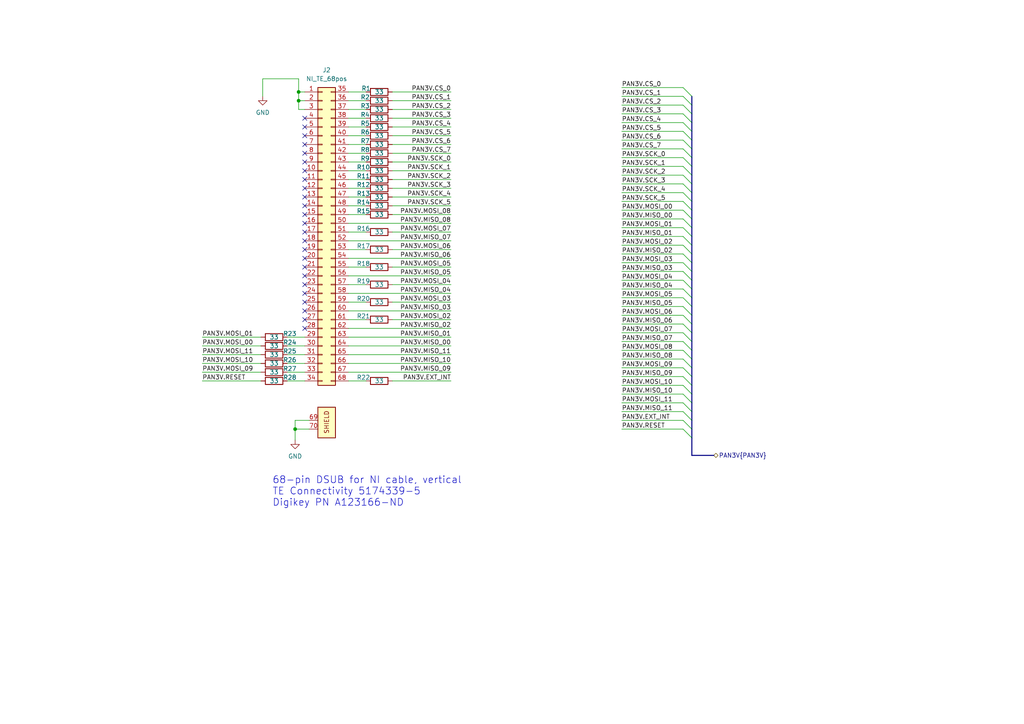
<source format=kicad_sch>
(kicad_sch (version 20250114) (generator "eeschema") (generator_version "9.0")
  (paper "A4")
  (title_block (title "12-12 NI G4.1 Arena Modular LED Display") (date "2025-08-06") (rev "v8.4") (company "IORodeo for Reiserlab @ Janelia"))
  (lib_symbols
    (symbol "Device:R" (pin_numbers (hide yes)) (pin_names (offset 0))
      (property "Reference" "R" (at 2.032 0 90))
      (property "Value" "R" (at 0 0 90))
      (symbol "R_0_1"
        (rectangle (start -1.016 -2.54) (end 1.016 2.54) (stroke (width 0.254)))
      )
      (symbol "R_1_1"
        (pin passive line (at 0 3.81 270) (length 1.27) (name "~") (number "1"))
        (pin passive line (at 0 -3.81 90) (length 1.27) (name "~") (number "2"))
      )
    )
    (symbol "arena_custom:NI_TE_68pos_2-5174225-5" (pin_names (offset 1.016) (hide yes))
      (property "Reference" "J" (at 1.27 43.18 0))
      (property "Value" "NI_TE_68pos" (at 1.27 -45.72 0))
      (symbol "NI_TE_68pos_2-5174225-5_1_1"
        (rectangle (start -1.27 41.91) (end 3.81 -44.45) (stroke (width 0.254)) (fill (type background)))
        (rectangle (start -1.27 40.767) (end 0 40.513) (stroke (width 0.1524)))
        (rectangle (start -1.27 38.227) (end 0 37.973) (stroke (width 0.1524)))
        (rectangle (start -1.27 35.687) (end 0 35.433) (stroke (width 0.1524)))
        (rectangle (start -1.27 33.147) (end 0 32.893) (stroke (width 0.1524)))
        (rectangle (start -1.27 30.607) (end 0 30.353) (stroke (width 0.1524)))
        (rectangle (start -1.27 28.067) (end 0 27.813) (stroke (width 0.1524)))
        (rectangle (start -1.27 25.527) (end 0 25.273) (stroke (width 0.1524)))
        (rectangle (start -1.27 22.987) (end 0 22.733) (stroke (width 0.1524)))
        (rectangle (start -1.27 20.447) (end 0 20.193) (stroke (width 0.1524)))
        (rectangle (start -1.27 17.907) (end 0 17.653) (stroke (width 0.1524)))
        (rectangle (start -1.27 15.367) (end 0 15.113) (stroke (width 0.1524)))
        (rectangle (start -1.27 12.827) (end 0 12.573) (stroke (width 0.1524)))
        (rectangle (start -1.27 10.287) (end 0 10.033) (stroke (width 0.1524)))
        (rectangle (start -1.27 7.747) (end 0 7.493) (stroke (width 0.1524)))
        (rectangle (start -1.27 5.207) (end 0 4.953) (stroke (width 0.1524)))
        (rectangle (start -1.27 2.667) (end 0 2.413) (stroke (width 0.1524)))
        (rectangle (start -1.27 0.127) (end 0 -0.127) (stroke (width 0.1524)))
        (rectangle (start -1.27 -2.413) (end 0 -2.667) (stroke (width 0.1524)))
        (rectangle (start -1.27 -4.953) (end 0 -5.207) (stroke (width 0.1524)))
        (rectangle (start -1.27 -7.493) (end 0 -7.747) (stroke (width 0.1524)))
        (rectangle (start -1.27 -10.033) (end 0 -10.287) (stroke (width 0.1524)))
        (rectangle (start -1.27 -12.573) (end 0 -12.827) (stroke (width 0.1524)))
        (rectangle (start -1.27 -15.113) (end 0 -15.367) (stroke (width 0.1524)))
        (rectangle (start -1.27 -17.653) (end 0 -17.907) (stroke (width 0.1524)))
        (rectangle (start -1.27 -20.193) (end 0 -20.447) (stroke (width 0.1524)))
        (rectangle (start -1.27 -22.733) (end 0 -22.987) (stroke (width 0.1524)))
        (rectangle (start -1.27 -25.273) (end 0 -25.527) (stroke (width 0.1524)))
        (rectangle (start -1.27 -27.813) (end 0 -28.067) (stroke (width 0.1524)))
        (rectangle (start -1.27 -30.353) (end 0 -30.607) (stroke (width 0.1524)))
        (rectangle (start -1.27 -32.893) (end 0 -33.147) (stroke (width 0.1524)))
        (rectangle (start -1.27 -35.433) (end 0 -35.687) (stroke (width 0.1524)))
        (rectangle (start -1.27 -37.973) (end 0 -38.227) (stroke (width 0.1524)))
        (rectangle (start -1.27 -40.513) (end 0 -40.767) (stroke (width 0.1524)))
        (rectangle (start -1.27 -43.053) (end 0 -43.307) (stroke (width 0.1524)))
        (rectangle (start -1.27 -50.8) (end 3.81 -59.69) (stroke (width 0.254)) (fill (type background)))
        (rectangle (start 3.81 40.767) (end 2.54 40.513) (stroke (width 0.1524)))
        (rectangle (start 3.81 38.227) (end 2.54 37.973) (stroke (width 0.1524)))
        (rectangle (start 3.81 35.687) (end 2.54 35.433) (stroke (width 0.1524)))
        (rectangle (start 3.81 33.147) (end 2.54 32.893) (stroke (width 0.1524)))
        (rectangle (start 3.81 30.607) (end 2.54 30.353) (stroke (width 0.1524)))
        (rectangle (start 3.81 28.067) (end 2.54 27.813) (stroke (width 0.1524)))
        (rectangle (start 3.81 25.527) (end 2.54 25.273) (stroke (width 0.1524)))
        (rectangle (start 3.81 22.987) (end 2.54 22.733) (stroke (width 0.1524)))
        (rectangle (start 3.81 20.447) (end 2.54 20.193) (stroke (width 0.1524)))
        (rectangle (start 3.81 17.907) (end 2.54 17.653) (stroke (width 0.1524)))
        (rectangle (start 3.81 15.367) (end 2.54 15.113) (stroke (width 0.1524)))
        (rectangle (start 3.81 12.827) (end 2.54 12.573) (stroke (width 0.1524)))
        (rectangle (start 3.81 10.287) (end 2.54 10.033) (stroke (width 0.1524)))
        (rectangle (start 3.81 7.747) (end 2.54 7.493) (stroke (width 0.1524)))
        (rectangle (start 3.81 5.207) (end 2.54 4.953) (stroke (width 0.1524)))
        (rectangle (start 3.81 2.667) (end 2.54 2.413) (stroke (width 0.1524)))
        (rectangle (start 3.81 0.127) (end 2.54 -0.127) (stroke (width 0.1524)))
        (rectangle (start 3.81 -2.413) (end 2.54 -2.667) (stroke (width 0.1524)))
        (rectangle (start 3.81 -4.953) (end 2.54 -5.207) (stroke (width 0.1524)))
        (rectangle (start 3.81 -7.493) (end 2.54 -7.747) (stroke (width 0.1524)))
        (rectangle (start 3.81 -10.033) (end 2.54 -10.287) (stroke (width 0.1524)))
        (rectangle (start 3.81 -12.573) (end 2.54 -12.827) (stroke (width 0.1524)))
        (rectangle (start 3.81 -15.113) (end 2.54 -15.367) (stroke (width 0.1524)))
        (rectangle (start 3.81 -17.653) (end 2.54 -17.907) (stroke (width 0.1524)))
        (rectangle (start 3.81 -20.193) (end 2.54 -20.447) (stroke (width 0.1524)))
        (rectangle (start 3.81 -22.733) (end 2.54 -22.987) (stroke (width 0.1524)))
        (rectangle (start 3.81 -25.273) (end 2.54 -25.527) (stroke (width 0.1524)))
        (rectangle (start 3.81 -27.813) (end 2.54 -28.067) (stroke (width 0.1524)))
        (rectangle (start 3.81 -30.353) (end 2.54 -30.607) (stroke (width 0.1524)))
        (rectangle (start 3.81 -32.893) (end 2.54 -33.147) (stroke (width 0.1524)))
        (rectangle (start 3.81 -35.433) (end 2.54 -35.687) (stroke (width 0.1524)))
        (rectangle (start 3.81 -37.973) (end 2.54 -38.227) (stroke (width 0.1524)))
        (rectangle (start 3.81 -40.513) (end 2.54 -40.767) (stroke (width 0.1524)))
        (rectangle (start 3.81 -43.053) (end 2.54 -43.307) (stroke (width 0.1524)))
        (text "SHIELD" (at 1.27 -55.118 900) (effects (font (size 1.27 1.27))))
        (pin passive line (at -5.08 40.64 0) (length 3.81) (name "Pin_1") (number "1"))
        (pin passive line (at -5.08 38.1 0) (length 3.81) (name "Pin_2") (number "2"))
        (pin passive line (at -5.08 35.56 0) (length 3.81) (name "Pin_3") (number "3"))
        (pin passive line (at -5.08 33.02 0) (length 3.81) (name "Pin_4") (number "4"))
        (pin passive line (at -5.08 30.48 0) (length 3.81) (name "Pin_5") (number "5"))
        (pin passive line (at -5.08 27.94 0) (length 3.81) (name "Pin_6") (number "6"))
        (pin passive line (at -5.08 25.4 0) (length 3.81) (name "Pin_7") (number "7"))
        (pin passive line (at -5.08 22.86 0) (length 3.81) (name "Pin_8") (number "8"))
        (pin passive line (at -5.08 20.32 0) (length 3.81) (name "Pin_9") (number "9"))
        (pin passive line (at -5.08 17.78 0) (length 3.81) (name "Pin_10") (number "10"))
        (pin passive line (at -5.08 15.24 0) (length 3.81) (name "Pin_11") (number "11"))
        (pin passive line (at -5.08 12.7 0) (length 3.81) (name "Pin_12") (number "12"))
        (pin passive line (at -5.08 10.16 0) (length 3.81) (name "Pin_13") (number "13"))
        (pin passive line (at -5.08 7.62 0) (length 3.81) (name "Pin_14") (number "14"))
        (pin passive line (at -5.08 5.08 0) (length 3.81) (name "Pin_15") (number "15"))
        (pin passive line (at -5.08 2.54 0) (length 3.81) (name "Pin_16") (number "16"))
        (pin passive line (at -5.08 0 0) (length 3.81) (name "Pin_17") (number "17"))
        (pin passive line (at -5.08 -2.54 0) (length 3.81) (name "Pin_18") (number "18"))
        (pin passive line (at -5.08 -5.08 0) (length 3.81) (name "Pin_19") (number "19"))
        (pin passive line (at -5.08 -7.62 0) (length 3.81) (name "Pin_20") (number "20"))
        (pin passive line (at -5.08 -10.16 0) (length 3.81) (name "Pin_21") (number "21"))
        (pin passive line (at -5.08 -12.7 0) (length 3.81) (name "Pin_22") (number "22"))
        (pin passive line (at -5.08 -15.24 0) (length 3.81) (name "Pin_23") (number "23"))
        (pin passive line (at -5.08 -17.78 0) (length 3.81) (name "Pin_24") (number "24"))
        (pin passive line (at -5.08 -20.32 0) (length 3.81) (name "Pin_25") (number "25"))
        (pin passive line (at -5.08 -22.86 0) (length 3.81) (name "Pin_26") (number "26"))
        (pin passive line (at -5.08 -25.4 0) (length 3.81) (name "Pin_27") (number "27"))
        (pin passive line (at -5.08 -27.94 0) (length 3.81) (name "Pin_28") (number "28"))
        (pin passive line (at -5.08 -30.48 0) (length 3.81) (name "Pin_29") (number "29"))
        (pin passive line (at -5.08 -33.02 0) (length 3.81) (name "Pin_30") (number "30"))
        (pin passive line (at -5.08 -35.56 0) (length 3.81) (name "Pin_31") (number "31"))
        (pin passive line (at -5.08 -38.1 0) (length 3.81) (name "Pin_32") (number "32"))
        (pin passive line (at -5.08 -40.64 0) (length 3.81) (name "Pin_33") (number "33"))
        (pin passive line (at -5.08 -43.18 0) (length 3.81) (name "Pin_34") (number "34"))
        (pin input line (at -3.81 -54.61 0) (length 2.54) (name "GND") (number "69"))
        (pin input line (at -3.81 -57.15 0) (length 2.54) (name "GND") (number "70"))
        (pin passive line (at 7.62 40.64 180) (length 3.81) (name "Pin_35") (number "35"))
        (pin passive line (at 7.62 38.1 180) (length 3.81) (name "Pin_36") (number "36"))
        (pin passive line (at 7.62 35.56 180) (length 3.81) (name "Pin_37") (number "37"))
        (pin passive line (at 7.62 33.02 180) (length 3.81) (name "Pin_38") (number "38"))
        (pin passive line (at 7.62 30.48 180) (length 3.81) (name "Pin_39") (number "39"))
        (pin passive line (at 7.62 27.94 180) (length 3.81) (name "Pin_40") (number "40"))
        (pin passive line (at 7.62 25.4 180) (length 3.81) (name "Pin_41") (number "41"))
        (pin passive line (at 7.62 22.86 180) (length 3.81) (name "Pin_42") (number "42"))
        (pin passive line (at 7.62 20.32 180) (length 3.81) (name "Pin_43") (number "43"))
        (pin passive line (at 7.62 17.78 180) (length 3.81) (name "Pin_44") (number "44"))
        (pin passive line (at 7.62 15.24 180) (length 3.81) (name "Pin_45") (number "45"))
        (pin passive line (at 7.62 12.7 180) (length 3.81) (name "Pin_46") (number "46"))
        (pin passive line (at 7.62 10.16 180) (length 3.81) (name "Pin_47") (number "47"))
        (pin passive line (at 7.62 7.62 180) (length 3.81) (name "Pin_48") (number "48"))
        (pin passive line (at 7.62 5.08 180) (length 3.81) (name "Pin_49") (number "49"))
        (pin passive line (at 7.62 2.54 180) (length 3.81) (name "Pin_50") (number "50"))
        (pin passive line (at 7.62 0 180) (length 3.81) (name "Pin_51") (number "51"))
        (pin passive line (at 7.62 -2.54 180) (length 3.81) (name "Pin_52") (number "52"))
        (pin passive line (at 7.62 -5.08 180) (length 3.81) (name "Pin_53") (number "53"))
        (pin passive line (at 7.62 -7.62 180) (length 3.81) (name "Pin_54") (number "54"))
        (pin passive line (at 7.62 -10.16 180) (length 3.81) (name "Pin_55") (number "55"))
        (pin passive line (at 7.62 -12.7 180) (length 3.81) (name "Pin_56") (number "56"))
        (pin passive line (at 7.62 -15.24 180) (length 3.81) (name "Pin_57") (number "57"))
        (pin passive line (at 7.62 -17.78 180) (length 3.81) (name "Pin_58") (number "58"))
        (pin passive line (at 7.62 -20.32 180) (length 3.81) (name "Pin_59") (number "59"))
        (pin passive line (at 7.62 -22.86 180) (length 3.81) (name "Pin_60") (number "60"))
        (pin passive line (at 7.62 -25.4 180) (length 3.81) (name "Pin_61") (number "61"))
        (pin passive line (at 7.62 -27.94 180) (length 3.81) (name "Pin_62") (number "62"))
        (pin passive line (at 7.62 -30.48 180) (length 3.81) (name "Pin_63") (number "63"))
        (pin passive line (at 7.62 -33.02 180) (length 3.81) (name "Pin_64") (number "64"))
        (pin passive line (at 7.62 -35.56 180) (length 3.81) (name "Pin_65") (number "65"))
        (pin passive line (at 7.62 -38.1 180) (length 3.81) (name "Pin_66") (number "66"))
        (pin passive line (at 7.62 -40.64 180) (length 3.81) (name "Pin_67") (number "67"))
        (pin passive line (at 7.62 -43.18 180) (length 3.81) (name "Pin_68") (number "68"))
      )
    )
    (symbol "power:GND" (power) (pin_names (offset 0))
      (property "Value" "GND" (at 0 -3.81 0))
      (symbol "GND_0_1"
        (polyline (pts (xy 0 0) (xy 0 -1.27) (xy 1.27 -1.27) (xy 0 -2.54) (xy -1.27 -1.27) (xy 0 -1.27)))
      )
      (symbol "GND_1_1"
        (pin power_in line (at 0 0 270) (length 0) (hide yes) (name "GND") (number "1"))
      )
    )
  )
  (bus_alias "PAN3V" (members "CS_0" "CS_1" "CS_2" "CS_3" "CS_4" "CS_5" "CS_6" "CS_7" "SCK_0" "SCK_1" "SCK_2" "SCK_3" "SCK_4" "SCK_5" "MOSI_00" "MISO_00" "MOSI_01" "MISO_01" "MOSI_02" "MISO_02" "MOSI_03" "MISO_03" "MOSI_04" "MISO_04" "MOSI_05" "MISO_05" "MOSI_06" "MISO_06" "MOSI_07" "MISO_07" "MOSI_08" "MISO_08" "MOSI_09" "MISO_09" "MOSI_10" "MISO_10" "MOSI_11" "MISO_11" "EXT_INT" "RESET"))
  (text "68-pin DSUB for NI cable, vertical  \nTE Connectivity 5174339-5\nDigikey PN A123166-ND\n" (at 78.994 147.066 0) (effects (font (size 2.032 2.032)) (justify left bottom)))
  (junction (at 85.598 124.46))
  (junction (at 86.614 26.67))
  (junction (at 86.614 29.21))
  (no_connect (at 88.392 41.91))
  (no_connect (at 88.392 67.31))
  (no_connect (at 88.392 80.01))
  (no_connect (at 88.392 46.99))
  (no_connect (at 88.392 49.53))
  (no_connect (at 88.392 44.45))
  (no_connect (at 88.392 36.83))
  (no_connect (at 88.392 59.69))
  (no_connect (at 88.392 34.29))
  (no_connect (at 88.392 39.37))
  (no_connect (at 88.392 54.61))
  (no_connect (at 88.392 57.15))
  (no_connect (at 88.392 90.17))
  (no_connect (at 88.392 92.71))
  (no_connect (at 88.392 85.09))
  (no_connect (at 88.392 82.55))
  (no_connect (at 88.392 74.93))
  (no_connect (at 88.392 72.39))
  (no_connect (at 88.392 77.47))
  (no_connect (at 88.392 64.77))
  (no_connect (at 88.392 62.23))
  (no_connect (at 88.392 87.63))
  (no_connect (at 88.392 69.85))
  (no_connect (at 88.392 52.07))
  (no_connect (at 88.392 95.25))
  (bus_entry (at 198.12 104.14) (size 2.54 2.54))
  (bus_entry (at 198.12 121.92) (size 2.54 2.54))
  (bus_entry (at 200.66 78.74) (size -2.54 -2.54))
  (bus_entry (at 198.12 109.22) (size 2.54 2.54))
  (bus_entry (at 198.12 119.38) (size 2.54 2.54))
  (bus_entry (at 200.66 40.64) (size -2.54 -2.54))
  (bus_entry (at 200.66 45.72) (size -2.54 -2.54))
  (bus_entry (at 200.66 53.34) (size -2.54 -2.54))
  (bus_entry (at 198.12 55.88) (size 2.54 2.54))
  (bus_entry (at 200.66 81.28) (size -2.54 -2.54))
  (bus_entry (at 200.66 76.2) (size -2.54 -2.54))
  (bus_entry (at 198.12 83.82) (size 2.54 2.54))
  (bus_entry (at 198.12 96.52) (size 2.54 2.54))
  (bus_entry (at 198.12 111.76) (size 2.54 2.54))
  (bus_entry (at 200.66 38.1) (size -2.54 -2.54))
  (bus_entry (at 200.66 48.26) (size -2.54 -2.54))
  (bus_entry (at 198.12 81.28) (size 2.54 2.54))
  (bus_entry (at 198.12 93.98) (size 2.54 2.54))
  (bus_entry (at 198.12 86.36) (size 2.54 2.54))
  (bus_entry (at 200.66 35.56) (size -2.54 -2.54))
  (bus_entry (at 198.12 114.3) (size 2.54 2.54))
  (bus_entry (at 200.66 30.48) (size -2.54 -2.54))
  (bus_entry (at 198.12 101.6) (size 2.54 2.54))
  (bus_entry (at 198.12 25.4) (size 2.54 2.54))
  (bus_entry (at 200.66 73.66) (size -2.54 -2.54))
  (bus_entry (at 198.12 58.42) (size 2.54 2.54))
  (bus_entry (at 200.66 50.8) (size -2.54 -2.54))
  (bus_entry (at 198.12 124.46) (size 2.54 2.54))
  (bus_entry (at 200.66 71.12) (size -2.54 -2.54))
  (bus_entry (at 200.66 68.58) (size -2.54 -2.54))
  (bus_entry (at 200.66 43.18) (size -2.54 -2.54))
  (bus_entry (at 200.66 55.88) (size -2.54 -2.54))
  (bus_entry (at 200.66 66.04) (size -2.54 -2.54))
  (bus_entry (at 198.12 106.68) (size 2.54 2.54))
  (bus_entry (at 198.12 91.44) (size 2.54 2.54))
  (bus_entry (at 200.66 63.5) (size -2.54 -2.54))
  (bus_entry (at 200.66 33.02) (size -2.54 -2.54))
  (bus_entry (at 198.12 99.06) (size 2.54 2.54))
  (bus_entry (at 198.12 116.84) (size 2.54 2.54))
  (bus_entry (at 198.12 88.9) (size 2.54 2.54))
  (wire (pts (xy 113.792 62.23) (xy 130.81 62.23)))
  (wire (pts (xy 101.092 39.37) (xy 106.172 39.37)))
  (bus (pts (xy 200.66 114.3) (xy 200.66 116.84)))
  (bus (pts (xy 200.66 127) (xy 200.66 132.08)))
  (wire (pts (xy 101.092 34.29) (xy 106.172 34.29)))
  (wire (pts (xy 86.614 22.86) (xy 86.614 26.67)))
  (bus (pts (xy 200.66 99.06) (xy 200.66 101.6)))
  (wire (pts (xy 101.092 87.63) (xy 106.172 87.63)))
  (bus (pts (xy 200.66 93.98) (xy 200.66 96.52)))
  (bus (pts (xy 200.66 33.02) (xy 200.66 35.56)))
  (wire (pts (xy 113.792 77.47) (xy 130.81 77.47)))
  (bus (pts (xy 200.66 106.68) (xy 200.66 109.22)))
  (wire (pts (xy 180.34 88.9) (xy 198.12 88.9)))
  (wire (pts (xy 180.34 93.98) (xy 198.12 93.98)))
  (bus (pts (xy 200.66 27.94) (xy 200.66 30.48)))
  (wire (pts (xy 180.34 25.4) (xy 198.12 25.4)))
  (wire (pts (xy 88.392 102.87) (xy 83.312 102.87)))
  (wire (pts (xy 76.2 22.86) (xy 86.614 22.86)))
  (bus (pts (xy 200.66 48.26) (xy 200.66 50.8)))
  (bus (pts (xy 200.66 88.9) (xy 200.66 91.44)))
  (wire (pts (xy 113.792 34.29) (xy 130.81 34.29)))
  (wire (pts (xy 58.674 102.87) (xy 75.692 102.87)))
  (wire (pts (xy 198.12 71.12) (xy 180.34 71.12)))
  (wire (pts (xy 101.092 31.75) (xy 106.172 31.75)))
  (wire (pts (xy 113.792 57.15) (xy 130.81 57.15)))
  (bus (pts (xy 200.66 121.92) (xy 200.66 124.46)))
  (wire (pts (xy 198.12 45.72) (xy 180.34 45.72)))
  (wire (pts (xy 88.392 97.79) (xy 83.312 97.79)))
  (wire (pts (xy 198.12 63.5) (xy 180.34 63.5)))
  (bus (pts (xy 200.66 76.2) (xy 200.66 78.74)))
  (wire (pts (xy 101.092 29.21) (xy 106.172 29.21)))
  (wire (pts (xy 198.12 81.28) (xy 180.34 81.28)))
  (bus (pts (xy 200.66 38.1) (xy 200.66 40.64)))
  (wire (pts (xy 180.34 91.44) (xy 198.12 91.44)))
  (wire (pts (xy 86.614 26.67) (xy 88.392 26.67)))
  (wire (pts (xy 113.792 87.63) (xy 130.81 87.63)))
  (wire (pts (xy 198.12 53.34) (xy 180.34 53.34)))
  (wire (pts (xy 180.34 86.36) (xy 198.12 86.36)))
  (wire (pts (xy 101.092 105.41) (xy 130.81 105.41)))
  (wire (pts (xy 180.34 83.82) (xy 198.12 83.82)))
  (wire (pts (xy 198.12 40.64) (xy 180.34 40.64)))
  (wire (pts (xy 180.34 96.52) (xy 198.12 96.52)))
  (bus (pts (xy 200.66 78.74) (xy 200.66 81.28)))
  (wire (pts (xy 89.662 121.92) (xy 85.598 121.92)))
  (wire (pts (xy 101.092 82.55) (xy 106.172 82.55)))
  (wire (pts (xy 198.12 38.1) (xy 180.34 38.1)))
  (wire (pts (xy 113.792 54.61) (xy 130.81 54.61)))
  (wire (pts (xy 86.614 29.21) (xy 86.614 31.75)))
  (wire (pts (xy 180.34 114.3) (xy 198.12 114.3)))
  (bus (pts (xy 200.66 55.88) (xy 200.66 58.42)))
  (bus (pts (xy 200.66 81.28) (xy 200.66 83.82)))
  (bus (pts (xy 200.66 86.36) (xy 200.66 88.9)))
  (wire (pts (xy 101.092 102.87) (xy 130.81 102.87)))
  (wire (pts (xy 113.792 46.99) (xy 130.81 46.99)))
  (wire (pts (xy 101.092 54.61) (xy 106.172 54.61)))
  (wire (pts (xy 180.34 109.22) (xy 198.12 109.22)))
  (wire (pts (xy 101.092 41.91) (xy 106.172 41.91)))
  (bus (pts (xy 200.66 40.64) (xy 200.66 43.18)))
  (wire (pts (xy 198.12 35.56) (xy 180.34 35.56)))
  (bus (pts (xy 200.66 43.18) (xy 200.66 45.72)))
  (bus (pts (xy 200.66 68.58) (xy 200.66 71.12)))
  (wire (pts (xy 198.12 68.58) (xy 180.34 68.58)))
  (wire (pts (xy 101.092 107.95) (xy 130.81 107.95)))
  (wire (pts (xy 198.12 60.96) (xy 180.34 60.96)))
  (wire (pts (xy 101.092 57.15) (xy 106.172 57.15)))
  (wire (pts (xy 113.792 52.07) (xy 130.81 52.07)))
  (wire (pts (xy 198.12 50.8) (xy 180.34 50.8)))
  (wire (pts (xy 101.092 67.31) (xy 106.172 67.31)))
  (wire (pts (xy 113.792 59.69) (xy 130.81 59.69)))
  (wire (pts (xy 180.34 116.84) (xy 198.12 116.84)))
  (wire (pts (xy 113.792 67.31) (xy 130.81 67.31)))
  (bus (pts (xy 200.66 116.84) (xy 200.66 119.38)))
  (wire (pts (xy 101.092 44.45) (xy 106.172 44.45)))
  (wire (pts (xy 101.092 72.39) (xy 106.172 72.39)))
  (wire (pts (xy 180.34 99.06) (xy 198.12 99.06)))
  (wire (pts (xy 101.092 95.25) (xy 130.81 95.25)))
  (wire (pts (xy 86.614 26.67) (xy 86.614 29.21)))
  (wire (pts (xy 101.092 46.99) (xy 106.172 46.99)))
  (wire (pts (xy 180.34 101.6) (xy 198.12 101.6)))
  (wire (pts (xy 198.12 30.48) (xy 180.34 30.48)))
  (wire (pts (xy 101.092 64.77) (xy 130.81 64.77)))
  (wire (pts (xy 101.092 110.49) (xy 106.172 110.49)))
  (bus (pts (xy 200.66 73.66) (xy 200.66 76.2)))
  (wire (pts (xy 198.12 78.74) (xy 180.34 78.74)))
  (bus (pts (xy 200.66 132.08) (xy 207.01 132.08)))
  (wire (pts (xy 101.092 77.47) (xy 106.172 77.47)))
  (wire (pts (xy 198.12 73.66) (xy 180.34 73.66)))
  (wire (pts (xy 86.614 29.21) (xy 88.392 29.21)))
  (wire (pts (xy 198.12 55.88) (xy 180.34 55.88)))
  (wire (pts (xy 113.792 39.37) (xy 130.81 39.37)))
  (bus (pts (xy 200.66 91.44) (xy 200.66 93.98)))
  (wire (pts (xy 198.12 33.02) (xy 180.34 33.02)))
  (wire (pts (xy 86.614 31.75) (xy 88.392 31.75)))
  (bus (pts (xy 200.66 71.12) (xy 200.66 73.66)))
  (wire (pts (xy 101.092 92.71) (xy 106.172 92.71)))
  (wire (pts (xy 101.092 100.33) (xy 130.81 100.33)))
  (wire (pts (xy 89.662 124.46) (xy 85.598 124.46)))
  (wire (pts (xy 101.092 36.83) (xy 106.172 36.83)))
  (wire (pts (xy 101.092 85.09) (xy 130.81 85.09)))
  (wire (pts (xy 101.092 26.67) (xy 106.172 26.67)))
  (wire (pts (xy 113.792 82.55) (xy 130.81 82.55)))
  (wire (pts (xy 76.2 22.86) (xy 76.2 27.94)))
  (wire (pts (xy 58.674 105.41) (xy 75.692 105.41)))
  (wire (pts (xy 180.34 121.92) (xy 198.12 121.92)))
  (wire (pts (xy 180.34 111.76) (xy 198.12 111.76)))
  (wire (pts (xy 58.674 110.49) (xy 75.692 110.49)))
  (wire (pts (xy 180.34 104.14) (xy 198.12 104.14)))
  (wire (pts (xy 198.12 76.2) (xy 180.34 76.2)))
  (wire (pts (xy 101.092 97.79) (xy 130.81 97.79)))
  (bus (pts (xy 200.66 101.6) (xy 200.66 104.14)))
  (wire (pts (xy 101.092 49.53) (xy 106.172 49.53)))
  (wire (pts (xy 85.598 124.46) (xy 85.598 127.635)))
  (bus (pts (xy 200.66 45.72) (xy 200.66 48.26)))
  (bus (pts (xy 200.66 109.22) (xy 200.66 111.76)))
  (wire (pts (xy 88.392 107.95) (xy 83.312 107.95)))
  (bus (pts (xy 200.66 96.52) (xy 200.66 99.06)))
  (wire (pts (xy 180.34 124.46) (xy 198.12 124.46)))
  (bus (pts (xy 200.66 63.5) (xy 200.66 66.04)))
  (wire (pts (xy 101.092 59.69) (xy 106.172 59.69)))
  (bus (pts (xy 200.66 30.48) (xy 200.66 33.02)))
  (wire (pts (xy 113.792 36.83) (xy 130.81 36.83)))
  (bus (pts (xy 200.66 83.82) (xy 200.66 86.36)))
  (wire (pts (xy 88.392 110.49) (xy 83.312 110.49)))
  (bus (pts (xy 200.66 35.56) (xy 200.66 38.1)))
  (wire (pts (xy 198.12 27.94) (xy 180.34 27.94)))
  (wire (pts (xy 113.792 29.21) (xy 130.81 29.21)))
  (wire (pts (xy 113.792 49.53) (xy 130.81 49.53)))
  (wire (pts (xy 58.674 97.79) (xy 75.692 97.79)))
  (wire (pts (xy 198.12 48.26) (xy 180.34 48.26)))
  (bus (pts (xy 200.66 111.76) (xy 200.66 114.3)))
  (bus (pts (xy 200.66 124.46) (xy 200.66 127)))
  (wire (pts (xy 101.092 52.07) (xy 106.172 52.07)))
  (wire (pts (xy 101.092 62.23) (xy 106.172 62.23)))
  (wire (pts (xy 85.598 121.92) (xy 85.598 124.46)))
  (bus (pts (xy 200.66 119.38) (xy 200.66 121.92)))
  (wire (pts (xy 88.392 100.33) (xy 83.312 100.33)))
  (bus (pts (xy 200.66 50.8) (xy 200.66 53.34)))
  (wire (pts (xy 88.392 105.41) (xy 83.312 105.41)))
  (wire (pts (xy 113.792 41.91) (xy 130.81 41.91)))
  (wire (pts (xy 113.792 31.75) (xy 130.81 31.75)))
  (wire (pts (xy 113.792 92.71) (xy 130.81 92.71)))
  (bus (pts (xy 200.66 58.42) (xy 200.66 60.96)))
  (wire (pts (xy 101.092 80.01) (xy 130.81 80.01)))
  (wire (pts (xy 101.092 90.17) (xy 130.81 90.17)))
  (wire (pts (xy 101.092 74.93) (xy 130.81 74.93)))
  (wire (pts (xy 58.674 107.95) (xy 75.692 107.95)))
  (bus (pts (xy 200.66 104.14) (xy 200.66 106.68)))
  (wire (pts (xy 180.34 106.68) (xy 198.12 106.68)))
  (wire (pts (xy 58.674 100.33) (xy 75.692 100.33)))
  (wire (pts (xy 198.12 43.18) (xy 180.34 43.18)))
  (wire (pts (xy 113.792 110.49) (xy 130.81 110.49)))
  (bus (pts (xy 200.66 60.96) (xy 200.66 63.5)))
  (wire (pts (xy 113.792 44.45) (xy 130.81 44.45)))
  (wire (pts (xy 113.792 72.39) (xy 130.81 72.39)))
  (bus (pts (xy 200.66 53.34) (xy 200.66 55.88)))
  (bus (pts (xy 200.66 66.04) (xy 200.66 68.58)))
  (wire (pts (xy 180.34 119.38) (xy 198.12 119.38)))
  (wire (pts (xy 180.34 58.42) (xy 198.12 58.42)))
  (wire (pts (xy 198.12 66.04) (xy 180.34 66.04)))
  (wire (pts (xy 101.092 69.85) (xy 130.81 69.85)))
  (wire (pts (xy 113.792 26.67) (xy 130.81 26.67)))
  (label "PAN3V.CS_1" (at 180.34 27.94 0))
  (label "PAN3V.RESET" (at 58.674 110.49 0))
  (label "PAN3V.MISO_11" (at 180.34 119.38 0))
  (label "PAN3V.RESET" (at 180.34 124.46 0))
  (label "PAN3V.MOSI_01" (at 58.674 97.79 0))
  (label "PAN3V.CS_2" (at 180.34 30.48 0))
  (label "PAN3V.MOSI_02" (at 180.34 71.12 0))
  (label "PAN3V.MOSI_07" (at 130.81 67.31 180))
  (label "PAN3V.MOSI_05" (at 130.81 77.47 180))
  (label "PAN3V.CS_3" (at 130.81 34.29 180))
  (label "PAN3V.MOSI_03" (at 130.81 87.63 180))
  (label "PAN3V.MISO_04" (at 180.34 83.82 0))
  (label "PAN3V.MOSI_00" (at 58.674 100.33 0))
  (label "PAN3V.CS_4" (at 180.34 35.56 0))
  (label "PAN3V.SCK_0" (at 130.81 46.99 180))
  (label "PAN3V.MISO_05" (at 130.81 80.01 180))
  (label "PAN3V.MISO_06" (at 180.34 93.98 0))
  (label "PAN3V.MOSI_08" (at 130.81 62.23 180))
  (label "PAN3V.MISO_08" (at 180.34 104.14 0))
  (label "PAN3V.MOSI_03" (at 180.34 76.2 0))
  (label "PAN3V.MISO_10" (at 180.34 114.3 0))
  (label "PAN3V.MISO_02" (at 180.34 73.66 0))
  (label "PAN3V.MISO_01" (at 180.34 68.58 0))
  (label "PAN3V.MOSI_00" (at 180.34 60.96 0))
  (label "PAN3V.EXT_INT" (at 180.34 121.92 0))
  (label "PAN3V.CS_5" (at 180.34 38.1 0))
  (label "PAN3V.MISO_05" (at 180.34 88.9 0))
  (label "PAN3V.CS_5" (at 130.81 39.37 180))
  (label "PAN3V.CS_3" (at 180.34 33.02 0))
  (label "PAN3V.MOSI_09" (at 58.674 107.95 0))
  (label "PAN3V.SCK_3" (at 130.81 54.61 180))
  (label "PAN3V.CS_4" (at 130.81 36.83 180))
  (label "PAN3V.SCK_1" (at 180.34 48.26 0))
  (label "PAN3V.SCK_2" (at 180.34 50.8 0))
  (label "PAN3V.CS_0" (at 180.34 25.4 0))
  (label "PAN3V.MOSI_04" (at 130.81 82.55 180))
  (label "PAN3V.MISO_07" (at 130.81 69.85 180))
  (label "PAN3V.SCK_4" (at 180.34 55.88 0))
  (label "PAN3V.CS_1" (at 130.81 29.21 180))
  (label "PAN3V.CS_2" (at 130.81 31.75 180))
  (label "PAN3V.MISO_10" (at 130.81 105.41 180))
  (label "PAN3V.MISO_09" (at 130.81 107.95 180))
  (label "PAN3V.MOSI_10" (at 180.34 111.76 0))
  (label "PAN3V.SCK_4" (at 130.81 57.15 180))
  (label "PAN3V.CS_6" (at 130.81 41.91 180))
  (label "PAN3V.EXT_INT" (at 130.81 110.49 180))
  (label "PAN3V.MOSI_04" (at 180.34 81.28 0))
  (label "PAN3V.SCK_5" (at 130.81 59.69 180))
  (label "PAN3V.MISO_04" (at 130.81 85.09 180))
  (label "PAN3V.MOSI_06" (at 180.34 91.44 0))
  (label "PAN3V.MISO_07" (at 180.34 99.06 0))
  (label "PAN3V.CS_6" (at 180.34 40.64 0))
  (label "PAN3V.MOSI_10" (at 58.674 105.41 0))
  (label "PAN3V.MISO_09" (at 180.34 109.22 0))
  (label "PAN3V.MOSI_02" (at 130.81 92.71 180))
  (label "PAN3V.SCK_3" (at 180.34 53.34 0))
  (label "PAN3V.MISO_11" (at 130.81 102.87 180))
  (label "PAN3V.MISO_03" (at 130.81 90.17 180))
  (label "PAN3V.MOSI_11" (at 58.674 102.87 0))
  (label "PAN3V.MISO_02" (at 130.81 95.25 180))
  (label "PAN3V.MISO_06" (at 130.81 74.93 180))
  (label "PAN3V.CS_7" (at 180.34 43.18 0))
  (label "PAN3V.MISO_01" (at 130.81 97.79 180))
  (label "PAN3V.MISO_08" (at 130.81 64.77 180))
  (label "PAN3V.SCK_0" (at 180.34 45.72 0))
  (label "PAN3V.MOSI_11" (at 180.34 116.84 0))
  (label "PAN3V.SCK_5" (at 180.34 58.42 0))
  (label "PAN3V.MOSI_06" (at 130.81 72.39 180))
  (label "PAN3V.MOSI_01" (at 180.34 66.04 0))
  (label "PAN3V.CS_7" (at 130.81 44.45 180))
  (label "PAN3V.CS_0" (at 130.81 26.67 180))
  (label "PAN3V.SCK_2" (at 130.81 52.07 180))
  (label "PAN3V.MOSI_07" (at 180.34 96.52 0))
  (label "PAN3V.SCK_1" (at 130.81 49.53 180))
  (label "PAN3V.MISO_00" (at 130.81 100.33 180))
  (label "PAN3V.MOSI_08" (at 180.34 101.6 0))
  (label "PAN3V.MOSI_05" (at 180.34 86.36 0))
  (label "PAN3V.MISO_03" (at 180.34 78.74 0))
  (label "PAN3V.MOSI_09" (at 180.34 106.68 0))
  (label "PAN3V.MISO_00" (at 180.34 63.5 0))
  (hierarchical_label "PAN3V{PAN3V}" (shape bidirectional) (at 207.01 132.08 0))
  (symbol (lib_id "Device:R") (at 109.982 31.75 90) (unit 1)
    (property "Reference" "R3" (at 105.918 30.734 90))
    (property "Value" "33" (at 109.982 31.75 90))
    (property "Footprint" "Resistor_SMD:R_0402_1005Metric" (effects (hide yes)))
    (property "Datasheet" "https://www.lcsc.com/datasheet/lcsc_datasheet_2411221126_UNI-ROYAL-Uniroyal-Elec-0402WGF330JTCE_C25105.pdf" (effects (hide yes)))
    (property "Description" "Resistor" (effects (hide yes)))
    (property "Digikey PN" " " (effects (hide yes)))
    (property "LCSC Part #" "C25105" (effects (hide yes)))
    (property "MPN" "0402WGF330JTCE" (effects (hide yes)))
  )
  (symbol (lib_id "Device:R") (at 109.982 26.67 90) (unit 1)
    (property "Reference" "R1" (at 106.172 25.654 90))
    (property "Value" "33" (at 109.982 26.67 90))
    (property "Footprint" "Resistor_SMD:R_0402_1005Metric" (effects (hide yes)))
    (property "Datasheet" "https://www.lcsc.com/datasheet/lcsc_datasheet_2411221126_UNI-ROYAL-Uniroyal-Elec-0402WGF330JTCE_C25105.pdf" (effects (hide yes)))
    (property "Description" "Resistor" (effects (hide yes)))
    (property "Digikey PN" " " (effects (hide yes)))
    (property "LCSC Part #" "C25105" (effects (hide yes)))
    (property "MPN" "0402WGF330JTCE" (effects (hide yes)))
  )
  (symbol (lib_id "Device:R") (at 109.982 41.91 90) (unit 1)
    (property "Reference" "R7" (at 105.918 40.894 90))
    (property "Value" "33" (at 109.982 41.91 90))
    (property "Footprint" "Resistor_SMD:R_0402_1005Metric" (effects (hide yes)))
    (property "Datasheet" "https://www.lcsc.com/datasheet/lcsc_datasheet_2411221126_UNI-ROYAL-Uniroyal-Elec-0402WGF330JTCE_C25105.pdf" (effects (hide yes)))
    (property "Description" "Resistor" (effects (hide yes)))
    (property "Digikey PN" " " (effects (hide yes)))
    (property "LCSC Part #" "C25105" (effects (hide yes)))
    (property "MPN" "0402WGF330JTCE" (effects (hide yes)))
  )
  (symbol (lib_id "Device:R") (at 109.982 59.69 90) (unit 1)
    (property "Reference" "R14" (at 105.41 58.674 90))
    (property "Value" "33" (at 109.982 59.69 90))
    (property "Footprint" "Resistor_SMD:R_0402_1005Metric" (effects (hide yes)))
    (property "Datasheet" "https://www.lcsc.com/datasheet/lcsc_datasheet_2411221126_UNI-ROYAL-Uniroyal-Elec-0402WGF330JTCE_C25105.pdf" (effects (hide yes)))
    (property "Description" "Resistor" (effects (hide yes)))
    (property "Digikey PN" " " (effects (hide yes)))
    (property "LCSC Part #" "C25105" (effects (hide yes)))
    (property "MPN" "0402WGF330JTCE" (effects (hide yes)))
  )
  (symbol (lib_id "Device:R") (at 79.502 107.95 270) (unit 1)
    (property "Reference" "R27" (at 84.074 106.934 90))
    (property "Value" "33" (at 79.502 107.95 90))
    (property "Footprint" "Resistor_SMD:R_0402_1005Metric" (effects (hide yes)))
    (property "Datasheet" "https://www.lcsc.com/datasheet/lcsc_datasheet_2411221126_UNI-ROYAL-Uniroyal-Elec-0402WGF330JTCE_C25105.pdf" (effects (hide yes)))
    (property "Description" "Resistor" (effects (hide yes)))
    (property "Digikey PN" " " (effects (hide yes)))
    (property "LCSC Part #" "C25105" (effects (hide yes)))
    (property "MPN" "0402WGF330JTCE" (effects (hide yes)))
  )
  (symbol (lib_id "arena_custom:NI_TE_68pos_2-5174225-5") (at 93.472 67.31 0) (unit 1)
    (property "Reference" "J2" (at 94.742 20.32 0))
    (property "Value" "NI_TE_68pos" (at 94.742 22.86 0))
    (property "Footprint" "arena_custom:TE_CONN_DSUB_VERT_68" (effects (hide yes)))
    (property "Datasheet" "https://www.te.com/commerce/DocumentDelivery/DDEController?Action=srchrtrv&DocNm=5174339&DocType=Customer+Drawing&DocLang=English" (effects (hide yes)))
    (property "Description" "Generic connector, double row, 02x34, counter clockwise pin numbering scheme (similar to DIP package numbering), script generated (kicad-library-utils/schlib/autogen/connector/)" (effects (hide yes)))
    (property "Digikey PN" "A123166-ND" (effects (hide yes)))
    (property "LCSC Part #" "C5172587" (effects (hide yes)))
    (property "MPN" "5174339-5" (effects (hide yes)))
  )
  (symbol (lib_id "Device:R") (at 109.982 46.99 90) (unit 1)
    (property "Reference" "R9" (at 105.918 45.974 90))
    (property "Value" "33" (at 109.982 46.99 90))
    (property "Footprint" "Resistor_SMD:R_0402_1005Metric" (effects (hide yes)))
    (property "Datasheet" "https://www.lcsc.com/datasheet/lcsc_datasheet_2411221126_UNI-ROYAL-Uniroyal-Elec-0402WGF330JTCE_C25105.pdf" (effects (hide yes)))
    (property "Description" "Resistor" (effects (hide yes)))
    (property "Digikey PN" " " (effects (hide yes)))
    (property "LCSC Part #" "C25105" (effects (hide yes)))
    (property "MPN" "0402WGF330JTCE" (effects (hide yes)))
  )
  (symbol (lib_id "Device:R") (at 79.502 97.79 270) (unit 1)
    (property "Reference" "R23" (at 84.074 96.774 90))
    (property "Value" "33" (at 79.502 97.79 90))
    (property "Footprint" "Resistor_SMD:R_0402_1005Metric" (effects (hide yes)))
    (property "Datasheet" "https://www.lcsc.com/datasheet/lcsc_datasheet_2411221126_UNI-ROYAL-Uniroyal-Elec-0402WGF330JTCE_C25105.pdf" (effects (hide yes)))
    (property "Description" "Resistor" (effects (hide yes)))
    (property "Digikey PN" " " (effects (hide yes)))
    (property "MPN" "0402WGF330JTCE" (effects (hide yes)))
    (property "LCSC Part #" "C25105" (effects (hide yes)))
  )
  (symbol (lib_id "Device:R") (at 109.982 72.39 90) (unit 1)
    (property "Reference" "R17" (at 105.41 71.374 90))
    (property "Value" "33" (at 109.982 72.39 90))
    (property "Footprint" "Resistor_SMD:R_0402_1005Metric" (effects (hide yes)))
    (property "Datasheet" "https://www.lcsc.com/datasheet/lcsc_datasheet_2411221126_UNI-ROYAL-Uniroyal-Elec-0402WGF330JTCE_C25105.pdf" (effects (hide yes)))
    (property "Description" "Resistor" (effects (hide yes)))
    (property "Digikey PN" " " (effects (hide yes)))
    (property "LCSC Part #" "C25105" (effects (hide yes)))
    (property "MPN" "0402WGF330JTCE" (effects (hide yes)))
  )
  (symbol (lib_id "Device:R") (at 109.982 49.53 90) (unit 1)
    (property "Reference" "R10" (at 105.41 48.514 90))
    (property "Value" "33" (at 109.982 49.53 90))
    (property "Footprint" "Resistor_SMD:R_0402_1005Metric" (effects (hide yes)))
    (property "Datasheet" "https://www.lcsc.com/datasheet/lcsc_datasheet_2411221126_UNI-ROYAL-Uniroyal-Elec-0402WGF330JTCE_C25105.pdf" (effects (hide yes)))
    (property "Description" "Resistor" (effects (hide yes)))
    (property "Digikey PN" " " (effects (hide yes)))
    (property "LCSC Part #" "C25105" (effects (hide yes)))
    (property "MPN" "0402WGF330JTCE" (effects (hide yes)))
  )
  (symbol (lib_id "Device:R") (at 109.982 39.37 90) (unit 1)
    (property "Reference" "R6" (at 105.918 38.354 90))
    (property "Value" "33" (at 109.982 39.37 90))
    (property "Footprint" "Resistor_SMD:R_0402_1005Metric" (effects (hide yes)))
    (property "Datasheet" "https://www.lcsc.com/datasheet/lcsc_datasheet_2411221126_UNI-ROYAL-Uniroyal-Elec-0402WGF330JTCE_C25105.pdf" (effects (hide yes)))
    (property "Description" "Resistor" (effects (hide yes)))
    (property "Digikey PN" " " (effects (hide yes)))
    (property "LCSC Part #" "C25105" (effects (hide yes)))
    (property "MPN" "0402WGF330JTCE" (effects (hide yes)))
  )
  (symbol (lib_id "Device:R") (at 109.982 67.31 90) (unit 1)
    (property "Reference" "R16" (at 105.41 66.294 90))
    (property "Value" "33" (at 109.982 67.31 90))
    (property "Footprint" "Resistor_SMD:R_0402_1005Metric" (effects (hide yes)))
    (property "Datasheet" "https://www.lcsc.com/datasheet/lcsc_datasheet_2411221126_UNI-ROYAL-Uniroyal-Elec-0402WGF330JTCE_C25105.pdf" (effects (hide yes)))
    (property "Description" "Resistor" (effects (hide yes)))
    (property "Digikey PN" " " (effects (hide yes)))
    (property "LCSC Part #" "C25105" (effects (hide yes)))
    (property "MPN" "0402WGF330JTCE" (effects (hide yes)))
  )
  (symbol (lib_id "Device:R") (at 109.982 54.61 90) (unit 1)
    (property "Reference" "R12" (at 105.41 53.594 90))
    (property "Value" "33" (at 109.982 54.61 90))
    (property "Footprint" "Resistor_SMD:R_0402_1005Metric" (effects (hide yes)))
    (property "Datasheet" "https://www.lcsc.com/datasheet/lcsc_datasheet_2411221126_UNI-ROYAL-Uniroyal-Elec-0402WGF330JTCE_C25105.pdf" (effects (hide yes)))
    (property "Description" "Resistor" (effects (hide yes)))
    (property "Digikey PN" " " (effects (hide yes)))
    (property "LCSC Part #" "C25105" (effects (hide yes)))
    (property "MPN" "0402WGF330JTCE" (effects (hide yes)))
  )
  (symbol (lib_id "power:GND") (at 76.2 27.94 0) (unit 1)
    (property "Reference" "#PWR05" (effects (hide yes)))
    (property "Value" "GND" (at 76.2 32.639 0))
  )
  (symbol (lib_id "Device:R") (at 109.982 36.83 90) (unit 1)
    (property "Reference" "R5" (at 105.918 35.814 90))
    (property "Value" "33" (at 109.982 36.83 90))
    (property "Footprint" "Resistor_SMD:R_0402_1005Metric" (effects (hide yes)))
    (property "Datasheet" "https://www.lcsc.com/datasheet/lcsc_datasheet_2411221126_UNI-ROYAL-Uniroyal-Elec-0402WGF330JTCE_C25105.pdf" (effects (hide yes)))
    (property "Description" "Resistor" (effects (hide yes)))
    (property "Digikey PN" " " (effects (hide yes)))
    (property "LCSC Part #" "C25105" (effects (hide yes)))
    (property "MPN" "0402WGF330JTCE" (effects (hide yes)))
  )
  (symbol (lib_id "Device:R") (at 109.982 87.63 90) (unit 1)
    (property "Reference" "R20" (at 105.41 86.614 90))
    (property "Value" "33" (at 109.982 87.63 90))
    (property "Footprint" "Resistor_SMD:R_0402_1005Metric" (effects (hide yes)))
    (property "Datasheet" "https://www.lcsc.com/datasheet/lcsc_datasheet_2411221126_UNI-ROYAL-Uniroyal-Elec-0402WGF330JTCE_C25105.pdf" (effects (hide yes)))
    (property "Description" "Resistor" (effects (hide yes)))
    (property "Digikey PN" " " (effects (hide yes)))
    (property "LCSC Part #" "C25105" (effects (hide yes)))
    (property "MPN" "0402WGF330JTCE" (effects (hide yes)))
  )
  (symbol (lib_id "Device:R") (at 79.502 105.41 270) (unit 1)
    (property "Reference" "R26" (at 84.074 104.394 90))
    (property "Value" "33" (at 79.502 105.41 90))
    (property "Footprint" "Resistor_SMD:R_0402_1005Metric" (effects (hide yes)))
    (property "Datasheet" "https://www.lcsc.com/datasheet/lcsc_datasheet_2411221126_UNI-ROYAL-Uniroyal-Elec-0402WGF330JTCE_C25105.pdf" (effects (hide yes)))
    (property "Description" "Resistor" (effects (hide yes)))
    (property "Digikey PN" " " (effects (hide yes)))
    (property "LCSC Part #" "C25105" (effects (hide yes)))
    (property "MPN" "0402WGF330JTCE" (effects (hide yes)))
  )
  (symbol (lib_id "Device:R") (at 109.982 92.71 90) (unit 1)
    (property "Reference" "R21" (at 105.41 91.694 90))
    (property "Value" "33" (at 109.982 92.71 90))
    (property "Footprint" "Resistor_SMD:R_0402_1005Metric" (effects (hide yes)))
    (property "Datasheet" "https://www.lcsc.com/datasheet/lcsc_datasheet_2411221126_UNI-ROYAL-Uniroyal-Elec-0402WGF330JTCE_C25105.pdf" (effects (hide yes)))
    (property "Description" "Resistor" (effects (hide yes)))
    (property "Digikey PN" " " (effects (hide yes)))
    (property "LCSC Part #" "C25105" (effects (hide yes)))
    (property "MPN" "0402WGF330JTCE" (effects (hide yes)))
  )
  (symbol (lib_id "Device:R") (at 109.982 77.47 90) (unit 1)
    (property "Reference" "R18" (at 105.41 76.454 90))
    (property "Value" "33" (at 109.982 77.47 90))
    (property "Footprint" "Resistor_SMD:R_0402_1005Metric" (effects (hide yes)))
    (property "Datasheet" "https://www.lcsc.com/datasheet/lcsc_datasheet_2411221126_UNI-ROYAL-Uniroyal-Elec-0402WGF330JTCE_C25105.pdf" (effects (hide yes)))
    (property "Description" "Resistor" (effects (hide yes)))
    (property "Digikey PN" " " (effects (hide yes)))
    (property "LCSC Part #" "C25105" (effects (hide yes)))
    (property "MPN" "0402WGF330JTCE" (effects (hide yes)))
  )
  (symbol (lib_id "Device:R") (at 109.982 44.45 90) (unit 1)
    (property "Reference" "R8" (at 105.918 43.434 90))
    (property "Value" "33" (at 109.982 44.45 90))
    (property "Footprint" "Resistor_SMD:R_0402_1005Metric" (effects (hide yes)))
    (property "Datasheet" "https://www.lcsc.com/datasheet/lcsc_datasheet_2411221126_UNI-ROYAL-Uniroyal-Elec-0402WGF330JTCE_C25105.pdf" (effects (hide yes)))
    (property "Description" "Resistor" (effects (hide yes)))
    (property "Digikey PN" " " (effects (hide yes)))
    (property "LCSC Part #" "C25105" (effects (hide yes)))
    (property "MPN" "0402WGF330JTCE" (effects (hide yes)))
  )
  (symbol (lib_id "Device:R") (at 79.502 102.87 270) (unit 1)
    (property "Reference" "R25" (at 84.074 101.854 90))
    (property "Value" "33" (at 79.502 102.87 90))
    (property "Footprint" "Resistor_SMD:R_0402_1005Metric" (effects (hide yes)))
    (property "Datasheet" "https://www.lcsc.com/datasheet/lcsc_datasheet_2411221126_UNI-ROYAL-Uniroyal-Elec-0402WGF330JTCE_C25105.pdf" (effects (hide yes)))
    (property "Description" "Resistor" (effects (hide yes)))
    (property "Digikey PN" " " (effects (hide yes)))
    (property "LCSC Part #" "C25105" (effects (hide yes)))
    (property "MPN" "0402WGF330JTCE" (effects (hide yes)))
  )
  (symbol (lib_id "Device:R") (at 109.982 57.15 90) (unit 1)
    (property "Reference" "R13" (at 105.41 56.134 90))
    (property "Value" "33" (at 109.982 57.15 90))
    (property "Footprint" "Resistor_SMD:R_0402_1005Metric" (effects (hide yes)))
    (property "Datasheet" "https://www.lcsc.com/datasheet/lcsc_datasheet_2411221126_UNI-ROYAL-Uniroyal-Elec-0402WGF330JTCE_C25105.pdf" (effects (hide yes)))
    (property "Description" "Resistor" (effects (hide yes)))
    (property "Digikey PN" " " (effects (hide yes)))
    (property "LCSC Part #" "C25105" (effects (hide yes)))
    (property "MPN" "0402WGF330JTCE" (effects (hide yes)))
  )
  (symbol (lib_id "Device:R") (at 79.502 100.33 270) (unit 1)
    (property "Reference" "R24" (at 84.074 99.314 90))
    (property "Value" "33" (at 79.502 100.33 90))
    (property "Footprint" "Resistor_SMD:R_0402_1005Metric" (effects (hide yes)))
    (property "Datasheet" "https://www.lcsc.com/datasheet/lcsc_datasheet_2411221126_UNI-ROYAL-Uniroyal-Elec-0402WGF330JTCE_C25105.pdf" (effects (hide yes)))
    (property "Description" "Resistor" (effects (hide yes)))
    (property "Digikey PN" " " (effects (hide yes)))
    (property "LCSC Part #" "C25105" (effects (hide yes)))
    (property "MPN" "0402WGF330JTCE" (effects (hide yes)))
  )
  (symbol (lib_id "Device:R") (at 109.982 62.23 90) (unit 1)
    (property "Reference" "R15" (at 105.41 61.214 90))
    (property "Value" "33" (at 109.982 62.23 90))
    (property "Footprint" "Resistor_SMD:R_0402_1005Metric" (effects (hide yes)))
    (property "Datasheet" "https://www.lcsc.com/datasheet/lcsc_datasheet_2411221126_UNI-ROYAL-Uniroyal-Elec-0402WGF330JTCE_C25105.pdf" (effects (hide yes)))
    (property "Description" "Resistor" (effects (hide yes)))
    (property "Digikey PN" " " (effects (hide yes)))
    (property "LCSC Part #" "C25105" (effects (hide yes)))
    (property "MPN" "0402WGF330JTCE" (effects (hide yes)))
  )
  (symbol (lib_id "Device:R") (at 109.982 110.49 90) (unit 1)
    (property "Reference" "R22" (at 105.41 109.474 90))
    (property "Value" "33" (at 109.982 110.49 90))
    (property "Footprint" "Resistor_SMD:R_0402_1005Metric" (effects (hide yes)))
    (property "Datasheet" "https://www.lcsc.com/datasheet/lcsc_datasheet_2411221126_UNI-ROYAL-Uniroyal-Elec-0402WGF330JTCE_C25105.pdf" (effects (hide yes)))
    (property "Description" "Resistor" (effects (hide yes)))
    (property "Digikey PN" " " (effects (hide yes)))
    (property "LCSC Part #" "C25105" (effects (hide yes)))
    (property "MPN" "0402WGF330JTCE" (effects (hide yes)))
  )
  (symbol (lib_id "Device:R") (at 109.982 82.55 90) (unit 1)
    (property "Reference" "R19" (at 105.41 81.534 90))
    (property "Value" "33" (at 109.982 82.55 90))
    (property "Footprint" "Resistor_SMD:R_0402_1005Metric" (effects (hide yes)))
    (property "Datasheet" "https://www.lcsc.com/datasheet/lcsc_datasheet_2411221126_UNI-ROYAL-Uniroyal-Elec-0402WGF330JTCE_C25105.pdf" (effects (hide yes)))
    (property "Description" "Resistor" (effects (hide yes)))
    (property "Digikey PN" " " (effects (hide yes)))
    (property "LCSC Part #" "C25105" (effects (hide yes)))
    (property "MPN" "0402WGF330JTCE" (effects (hide yes)))
  )
  (symbol (lib_id "Device:R") (at 109.982 34.29 90) (unit 1)
    (property "Reference" "R4" (at 105.918 33.274 90))
    (property "Value" "33" (at 109.982 34.29 90))
    (property "Footprint" "Resistor_SMD:R_0402_1005Metric" (effects (hide yes)))
    (property "Datasheet" "https://www.lcsc.com/datasheet/lcsc_datasheet_2411221126_UNI-ROYAL-Uniroyal-Elec-0402WGF330JTCE_C25105.pdf" (effects (hide yes)))
    (property "Description" "Resistor" (effects (hide yes)))
    (property "Digikey PN" " " (effects (hide yes)))
    (property "LCSC Part #" "C25105" (effects (hide yes)))
    (property "MPN" "0402WGF330JTCE" (effects (hide yes)))
  )
  (symbol (lib_id "power:GND") (at 85.598 127.635 0) (unit 1)
    (property "Reference" "#PWR01" (effects (hide yes)))
    (property "Value" "GND" (at 85.598 132.334 0))
  )
  (symbol (lib_id "Device:R") (at 109.982 52.07 90) (unit 1)
    (property "Reference" "R11" (at 105.41 51.054 90))
    (property "Value" "33" (at 109.982 52.07 90))
    (property "Footprint" "Resistor_SMD:R_0402_1005Metric" (effects (hide yes)))
    (property "Datasheet" "https://www.lcsc.com/datasheet/lcsc_datasheet_2411221126_UNI-ROYAL-Uniroyal-Elec-0402WGF330JTCE_C25105.pdf" (effects (hide yes)))
    (property "Description" "Resistor" (effects (hide yes)))
    (property "Digikey PN" " " (effects (hide yes)))
    (property "LCSC Part #" "C25105" (effects (hide yes)))
    (property "MPN" "0402WGF330JTCE" (effects (hide yes)))
  )
  (symbol (lib_id "Device:R") (at 109.982 29.21 90) (unit 1)
    (property "Reference" "R2" (at 105.918 28.194 90))
    (property "Value" "33" (at 109.982 29.21 90))
    (property "Footprint" "Resistor_SMD:R_0402_1005Metric" (effects (hide yes)))
    (property "Datasheet" "https://www.lcsc.com/datasheet/lcsc_datasheet_2411221126_UNI-ROYAL-Uniroyal-Elec-0402WGF330JTCE_C25105.pdf" (effects (hide yes)))
    (property "Description" "Resistor" (effects (hide yes)))
    (property "Digikey PN" " " (effects (hide yes)))
    (property "LCSC Part #" "C25105" (effects (hide yes)))
    (property "MPN" "0402WGF330JTCE" (effects (hide yes)))
  )
  (symbol (lib_id "Device:R") (at 79.502 110.49 270) (unit 1)
    (property "Reference" "R28" (at 84.074 109.474 90))
    (property "Value" "33" (at 79.502 110.49 90))
    (property "Footprint" "Resistor_SMD:R_0402_1005Metric" (effects (hide yes)))
    (property "Datasheet" "https://www.lcsc.com/datasheet/lcsc_datasheet_2411221126_UNI-ROYAL-Uniroyal-Elec-0402WGF330JTCE_C25105.pdf" (effects (hide yes)))
    (property "Description" "Resistor" (effects (hide yes)))
    (property "Digikey PN" " " (effects (hide yes)))
    (property "LCSC Part #" "C25105" (effects (hide yes)))
    (property "MPN" "0402WGF330JTCE" (effects (hide yes)))
  )
)
</source>
